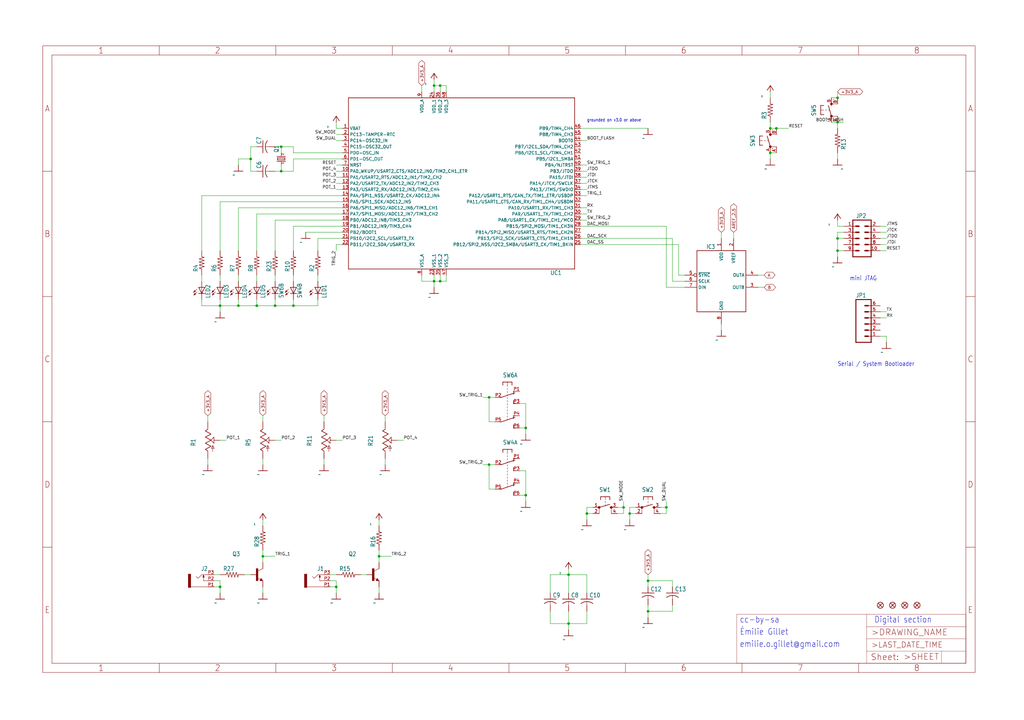
<source format=kicad_sch>
(kicad_sch (version 20211123) (generator eeschema)
  (paper "User" 425.45 299.161)
  (lib_symbols
    (symbol "peaks_v30-eagle-import:+3V3" (power)
      (property "Value" "+3V3" (at -2.54 -5.08 90))
      (symbol "+3V3_1_0"
        (pin power_in line (at 0 -2.54 90) (length 2.54) (name "+3V3") (number "1"))
      )
    )
    (symbol "peaks_v30-eagle-import:-NPN-SOT23-BEC"
      (property "Reference" "T" (at -10.16 7.62 0))
      (property "Value" "-NPN-SOT23-BEC" (at -10.16 5.08 0))
      (symbol "-NPN-SOT23-BEC_1_0"
        (pin passive line (at -2.54 0 0) (length 2.54) (name "B") (number "B"))
        (pin passive line (at 2.54 5.08 270) (length 2.54) (name "C") (number "C"))
        (pin passive line (at 2.54 -5.08 90) (length 2.54) (name "E") (number "E"))
      )
    )
    (symbol "peaks_v30-eagle-import:A3L-LOC"
      (symbol "A3L-LOC_0_0"
        (text "1" (at 24.2094 1.905 0) (effects (font (size 2.54 2.286))))
        (text "1" (at 24.2094 258.445 0) (effects (font (size 2.54 2.286))))
        (text "2" (at 72.6281 1.905 0) (effects (font (size 2.54 2.286))))
        (text "2" (at 72.6281 258.445 0) (effects (font (size 2.54 2.286))))
        (text "3" (at 121.0469 1.905 0) (effects (font (size 2.54 2.286))))
        (text "3" (at 121.0469 258.445 0) (effects (font (size 2.54 2.286))))
        (text "4" (at 169.4656 1.905 0) (effects (font (size 2.54 2.286))))
        (text "4" (at 169.4656 258.445 0) (effects (font (size 2.54 2.286))))
        (text "5" (at 217.8844 1.905 0) (effects (font (size 2.54 2.286))))
        (text "5" (at 217.8844 258.445 0) (effects (font (size 2.54 2.286))))
        (text "6" (at 266.3031 1.905 0) (effects (font (size 2.54 2.286))))
        (text "6" (at 266.3031 258.445 0) (effects (font (size 2.54 2.286))))
        (text "7" (at 314.7219 1.905 0) (effects (font (size 2.54 2.286))))
        (text "7" (at 314.7219 258.445 0) (effects (font (size 2.54 2.286))))
        (text "8" (at 363.1406 1.905 0) (effects (font (size 2.54 2.286))))
        (text "8" (at 363.1406 258.445 0) (effects (font (size 2.54 2.286))))
        (text "A" (at 1.905 234.315 0) (effects (font (size 2.54 2.286))))
        (text "A" (at 385.445 234.315 0) (effects (font (size 2.54 2.286))))
        (text "B" (at 1.905 182.245 0) (effects (font (size 2.54 2.286))))
        (text "B" (at 385.445 182.245 0) (effects (font (size 2.54 2.286))))
        (text "C" (at 1.905 130.175 0) (effects (font (size 2.54 2.286))))
        (text "C" (at 385.445 130.175 0) (effects (font (size 2.54 2.286))))
        (text "D" (at 1.905 78.105 0) (effects (font (size 2.54 2.286))))
        (text "D" (at 385.445 78.105 0) (effects (font (size 2.54 2.286))))
        (text "E" (at 1.905 26.035 0) (effects (font (size 2.54 2.286))))
        (text "E" (at 385.445 26.035 0) (effects (font (size 2.54 2.286))))
      )
      (symbol "A3L-LOC_1_0"
        (text ">DRAWING_NAME" (at 344.17 15.24 0) (effects (font (size 2.54 2.54)) (justify left bottom)))
        (text ">LAST_DATE_TIME" (at 344.17 10.16 0) (effects (font (size 2.286 2.286)) (justify left bottom)))
        (text ">SHEET" (at 357.505 5.08 0) (effects (font (size 2.54 2.54)) (justify left bottom)))
        (text "Sheet:" (at 343.916 4.953 0) (effects (font (size 2.54 2.54)) (justify left bottom)))
      )
    )
    (symbol "peaks_v30-eagle-import:C-USC0603"
      (property "Reference" "C" (at 1.016 0.635 0))
      (property "Value" "C-USC0603" (at 1.016 -4.191 0))
      (symbol "C-USC0603_1_0"
        (pin passive line (at 0 2.54 270) (length 2.54) (name "1") (number "1"))
        (pin passive line (at 0 -5.08 90) (length 2.54) (name "2") (number "2"))
      )
    )
    (symbol "peaks_v30-eagle-import:CRYSTALHC49UP"
      (property "Reference" "Q" (at 2.54 1.016 0))
      (property "Value" "CRYSTALHC49UP" (at 2.54 -2.54 0))
      (symbol "CRYSTALHC49UP_1_0"
        (text "1" (at -2.159 -1.143 0) (effects (font (size 0.8636 0.734)) (justify left bottom)))
        (text "2" (at 1.524 -1.143 0) (effects (font (size 0.8636 0.734)) (justify left bottom)))
        (pin passive line (at -2.54 0 0) (length 0) (name "1") (number "1"))
        (pin passive line (at 2.54 0 180) (length 0) (name "2") (number "2"))
      )
    )
    (symbol "peaks_v30-eagle-import:DAC8552"
      (property "Reference" "IC" (at -2.54 15.24 0))
      (property "Value" "DAC8552" (at -10.16 -15.24 0))
      (symbol "DAC8552_1_0"
        (pin power_in line (at 0 17.78 270) (length 5.08) (name "VDD") (number "1"))
        (pin power_in line (at 5.08 17.78 270) (length 5.08) (name "VREF") (number "2"))
        (pin input line (at 15.24 -2.54 180) (length 5.08) (name "OUTB") (number "3"))
        (pin output line (at 15.24 2.54 180) (length 5.08) (name "OUTA") (number "4"))
        (pin bidirectional inverted (at -15.24 2.54 0) (length 5.08) (name "~{SYNC}") (number "5"))
        (pin bidirectional line (at -15.24 0 0) (length 5.08) (name "SCLK") (number "6"))
        (pin bidirectional line (at -15.24 -2.54 0) (length 5.08) (name "DIN") (number "7"))
        (pin power_in line (at 0 -17.78 90) (length 5.08) (name "GND") (number "8"))
      )
    )
    (symbol "peaks_v30-eagle-import:EVQQ2"
      (property "Value" "EVQQ2" (at -3.81 3.175 90))
      (symbol "EVQQ2_1_0"
        (pin passive line (at 0 -5.08 90) (length 2.54) (name "P") (number "A"))
        (pin passive line (at 2.54 -5.08 90) (length 2.54) (name "P1") (number "A'"))
        (pin passive line (at 0 5.08 270) (length 2.54) (name "S") (number "B"))
        (pin passive line (at 2.54 5.08 270) (length 2.54) (name "S1") (number "B'"))
      )
    )
    (symbol "peaks_v30-eagle-import:FIDUCIAL1X2")
    (symbol "peaks_v30-eagle-import:GND" (power)
      (property "Value" "GND" (at -2.54 -2.54 0))
      (symbol "GND_1_0"
        (pin power_in line (at 0 2.54 270) (length 2.54) (name "GND") (number "1"))
      )
    )
    (symbol "peaks_v30-eagle-import:LED3MM"
      (property "Reference" "LED" (at 3.556 -4.572 90))
      (property "Value" "LED3MM" (at 5.715 -4.572 90))
      (symbol "LED3MM_1_0"
        (pin passive line (at 0 2.54 270) (length 2.54) (name "A") (number "A"))
        (pin passive line (at 0 -5.08 90) (length 2.54) (name "C") (number "K"))
      )
    )
    (symbol "peaks_v30-eagle-import:LP4OA1PBCT"
      (property "Reference" "SW" (at 3.556 -2.032 90))
      (property "Value" "LP4OA1PBCT" (at 5.715 -2.032 90))
      (symbol "LP4OA1PBCT_1_0"
        (pin passive line (at -2.54 5.08 270) (length 2.54) (name "A1") (number "P1"))
        (pin passive line (at 0 -5.08 90) (length 2.54) (name "A2") (number "P2"))
        (pin passive line (at 2.54 5.08 270) (length 2.54) (name "A3") (number "P3"))
        (pin passive line (at 7.62 5.08 270) (length 2.54) (name "B1") (number "P4"))
        (pin passive line (at 10.16 -5.08 90) (length 2.54) (name "B2") (number "P5"))
        (pin passive line (at 12.7 5.08 270) (length 2.54) (name "B3") (number "P6"))
      )
      (symbol "LP4OA1PBCT_2_0"
        (pin passive line (at 0 5.08 270) (length 2.54) (name "L1") (number "L1"))
        (pin passive line (at 0 -2.54 90) (length 2.54) (name "L2") (number "L2"))
      )
    )
    (symbol "peaks_v30-eagle-import:M05X2MINIJTAG"
      (property "Reference" "JP" (at -2.54 8.382 0))
      (property "Value" "M05X2MINIJTAG" (at -2.54 -10.16 0))
      (symbol "M05X2MINIJTAG_1_0"
        (pin passive line (at -7.62 5.08 0) (length 5.08) (name "1") (number "1"))
        (pin passive line (at 7.62 -5.08 180) (length 5.08) (name "10") (number "10"))
        (pin passive line (at 7.62 5.08 180) (length 5.08) (name "2") (number "2"))
        (pin passive line (at -7.62 2.54 0) (length 5.08) (name "3") (number "3"))
        (pin passive line (at 7.62 2.54 180) (length 5.08) (name "4") (number "4"))
        (pin passive line (at -7.62 0 0) (length 5.08) (name "5") (number "5"))
        (pin passive line (at 7.62 0 180) (length 5.08) (name "6") (number "6"))
        (pin passive line (at -7.62 -2.54 0) (length 5.08) (name "7") (number "7"))
        (pin passive line (at 7.62 -2.54 180) (length 5.08) (name "8") (number "8"))
        (pin passive line (at -7.62 -5.08 0) (length 5.08) (name "9") (number "9"))
      )
    )
    (symbol "peaks_v30-eagle-import:M06SIP"
      (property "Reference" "JP" (at -5.08 10.922 0))
      (property "Value" "M06SIP" (at -5.08 -10.16 0))
      (symbol "M06SIP_1_0"
        (pin passive line (at 5.08 -5.08 180) (length 5.08) (name "1") (number "1"))
        (pin passive line (at 5.08 -2.54 180) (length 5.08) (name "2") (number "2"))
        (pin passive line (at 5.08 0 180) (length 5.08) (name "3") (number "3"))
        (pin passive line (at 5.08 2.54 180) (length 5.08) (name "4") (number "4"))
        (pin passive line (at 5.08 5.08 180) (length 5.08) (name "5") (number "5"))
        (pin passive line (at 5.08 7.62 180) (length 5.08) (name "6") (number "6"))
      )
    )
    (symbol "peaks_v30-eagle-import:PJ301_THONKICONN6"
      (property "Reference" "J" (at -2.54 4.064 0))
      (symbol "PJ301_THONKICONN6_1_0"
        (pin passive line (at -5.08 -2.54 0) (length 2.54) (name "1") (number "P1"))
        (pin passive line (at -5.08 0 0) (length 2.54) (name "2") (number "P2"))
        (pin passive line (at -5.08 2.54 0) (length 2.54) (name "3") (number "P3"))
      )
    )
    (symbol "peaks_v30-eagle-import:POT_USVERTICAL_PS"
      (property "Reference" "R" (at -5.08 -2.54 90))
      (property "Value" "POT_USVERTICAL_PS" (at -2.54 -2.54 90))
      (symbol "POT_USVERTICAL_PS_1_0"
        (pin passive line (at 0 7.62 270) (length 2.54) (name "E") (number "P$1"))
        (pin passive line (at 5.08 0 180) (length 2.54) (name "S") (number "P$2"))
        (pin passive line (at 0 -7.62 90) (length 2.54) (name "A") (number "P$3"))
      )
    )
    (symbol "peaks_v30-eagle-import:R-US_R0603"
      (property "Reference" "R" (at -3.81 1.4986 0))
      (property "Value" "R-US_R0603" (at -3.81 -3.302 0))
      (symbol "R-US_R0603_1_0"
        (pin passive line (at -5.08 0 0) (length 2.54) (name "1") (number "1"))
        (pin passive line (at 5.08 0 180) (length 2.54) (name "2") (number "2"))
      )
    )
    (symbol "peaks_v30-eagle-import:STM32F103CB"
      (property "Value" "STM32F103CB" (at 45.72 38.1 0))
      (symbol "STM32F103CB_1_0"
        (pin power_in line (at -48.26 22.86 0) (length 2.54) (name "VBAT") (number "1"))
        (pin bidirectional line (at -48.26 5.08 0) (length 2.54) (name "PA0_WKUP/USART2_CTS/ADC12_IN0/TIM2_CH1_ETR") (number "10"))
        (pin bidirectional line (at -48.26 2.54 0) (length 2.54) (name "PA1/USART2_RTS/ADC12_IN1/TIM2_CH2") (number "11"))
        (pin bidirectional line (at -48.26 0 0) (length 2.54) (name "PA2/USART2_TX/ADC12_IN2/TIM2_CH3") (number "12"))
        (pin bidirectional line (at -48.26 -2.54 0) (length 2.54) (name "PA3/USART2_RX/ADC12_IN3/TIM2_CH4") (number "13"))
        (pin bidirectional line (at -48.26 -5.08 0) (length 2.54) (name "PA4/SPI1_NSS/USART2_CK/ADC12_IN4") (number "14"))
        (pin bidirectional line (at -48.26 -7.62 0) (length 2.54) (name "PA5/SPI1_SCK/ADC12_IN5") (number "15"))
        (pin bidirectional line (at -48.26 -10.16 0) (length 2.54) (name "PA6/SPI1_MISO/ADC12_IN6/TIM3_CH1") (number "16"))
        (pin bidirectional line (at -48.26 -12.7 0) (length 2.54) (name "PA7/SPI1_MOSI/ADC12_IN7/TIM3_CH2") (number "17"))
        (pin bidirectional line (at -48.26 -15.24 0) (length 2.54) (name "PB0/ADC12_IN8/TIM3_CH3") (number "18"))
        (pin bidirectional line (at -48.26 -17.78 0) (length 2.54) (name "PB1/ADC12_IN9/TIM3_CH4") (number "19"))
        (pin input line (at -48.26 20.32 0) (length 2.54) (name "PC13-TAMPER-RTC") (number "2"))
        (pin bidirectional line (at -48.26 -20.32 0) (length 2.54) (name "PB2/BOOT1") (number "20"))
        (pin input line (at -48.26 -22.86 0) (length 2.54) (name "PB10/I2C2_SCL/USART3_TX") (number "21"))
        (pin input line (at -48.26 -25.4 0) (length 2.54) (name "PB11/I2C2_SDA/USART3_RX") (number "22"))
        (pin power_in line (at -10.16 -38.1 90) (length 2.54) (name "VSS_1") (number "23"))
        (pin power_in line (at -10.16 38.1 270) (length 2.54) (name "VDD_1") (number "24"))
        (pin input line (at 50.8 -25.4 180) (length 2.54) (name "PB12/SPI2_NSS/I2C2_SMBA/USART3_CK/TIM1_BKIN") (number "25"))
        (pin input line (at 50.8 -22.86 180) (length 2.54) (name "PB13/SPI2_SCK/USART3_CTS/TIM1_CH1N") (number "26"))
        (pin input line (at 50.8 -20.32 180) (length 2.54) (name "PB14/SPI2_MISO/USART3_RTS/TIM1_CH2N") (number "27"))
        (pin input line (at 50.8 -17.78 180) (length 2.54) (name "PB15/SPI2_MOSI/TIM1_CH3N") (number "28"))
        (pin bidirectional line (at 50.8 -15.24 180) (length 2.54) (name "PA8/USART1_CK/TIM1_CH1/MCO") (number "29"))
        (pin input line (at -48.26 17.78 0) (length 2.54) (name "PC14-OSC32_IN") (number "3"))
        (pin input line (at 50.8 -12.7 180) (length 2.54) (name "PA9/USART1_TX/TIM1_CH2") (number "30"))
        (pin bidirectional line (at 50.8 -10.16 180) (length 2.54) (name "PA10/USART1_RX/TIM1_CH3") (number "31"))
        (pin bidirectional line (at 50.8 -7.62 180) (length 2.54) (name "PA11/USART1_CTS/CAN_RX/TIM1_CH4/USBDM") (number "32"))
        (pin bidirectional line (at 50.8 -5.08 180) (length 2.54) (name "PA12/USART1_RTS/CAN_TX/TIM1_ETR/USBDP") (number "33"))
        (pin bidirectional line (at 50.8 -2.54 180) (length 2.54) (name "PA13/JTMS/SWDIO") (number "34"))
        (pin power_in line (at -7.62 -38.1 90) (length 2.54) (name "VSS_2") (number "35"))
        (pin power_in line (at -7.62 38.1 270) (length 2.54) (name "VDD_2") (number "36"))
        (pin bidirectional line (at 50.8 0 180) (length 2.54) (name "PA14/JTCK/SWCLK") (number "37"))
        (pin bidirectional line (at 50.8 2.54 180) (length 2.54) (name "PA15/JTDI") (number "38"))
        (pin bidirectional line (at 50.8 5.08 180) (length 2.54) (name "PB3/JTDO") (number "39"))
        (pin input line (at -48.26 15.24 0) (length 2.54) (name "PC15-OSC32_OUT") (number "4"))
        (pin bidirectional line (at 50.8 7.62 180) (length 2.54) (name "PB4/NJTRST") (number "40"))
        (pin input line (at 50.8 10.16 180) (length 2.54) (name "PB5/I2C1_SMBA") (number "41"))
        (pin input line (at 50.8 12.7 180) (length 2.54) (name "PB6/I2C1_SCL/TIM4_CH1") (number "42"))
        (pin bidirectional line (at 50.8 15.24 180) (length 2.54) (name "PB7/I2C1_SDA/TIM4_CH2") (number "43"))
        (pin input line (at 50.8 17.78 180) (length 2.54) (name "BOOT0") (number "44"))
        (pin bidirectional line (at 50.8 20.32 180) (length 2.54) (name "PB8/TIM4_CH3") (number "45"))
        (pin input line (at 50.8 22.86 180) (length 2.54) (name "PB9/TIM4_CH4") (number "46"))
        (pin power_in line (at -5.08 -38.1 90) (length 2.54) (name "VSS_3") (number "47"))
        (pin power_in line (at -5.08 38.1 270) (length 2.54) (name "VDD_3") (number "48"))
        (pin input line (at -48.26 12.7 0) (length 2.54) (name "PD0-OSC_IN") (number "5"))
        (pin input line (at -48.26 10.16 0) (length 2.54) (name "PD1-OSC_OUT") (number "6"))
        (pin input line (at -48.26 7.62 0) (length 2.54) (name "NRST") (number "7"))
        (pin power_in line (at -15.24 -38.1 90) (length 2.54) (name "VSS_A") (number "8"))
        (pin power_in line (at -15.24 38.1 270) (length 2.54) (name "VDD_A") (number "9"))
      )
    )
    (symbol "peaks_v30-eagle-import:TAC_SWITCHPTH"
      (property "Reference" "S" (at -2.54 6.35 0))
      (property "Value" "TAC_SWITCHPTH" (at -2.54 -6.35 0))
      (symbol "TAC_SWITCHPTH_1_0"
        (pin passive line (at -5.08 0 0) (length 2.54) (name "1") (number "1"))
        (pin passive line (at -5.08 -2.54 0) (length 2.54) (name "2") (number "2"))
        (pin passive line (at 5.08 0 180) (length 2.54) (name "3") (number "3"))
        (pin passive line (at 5.08 -2.54 180) (length 2.54) (name "4") (number "4"))
      )
    )
  )
  (junction (at 157.48 231.14))
  (junction (at 347.98 50.8))
  (junction (at 218.44 177.8))
  (junction (at 218.44 205.74))
  (junction (at 114.3 127))
  (junction (at 91.44 243.84))
  (junction (at 347.98 99.06))
  (junction (at 104.14 66.04))
  (junction (at 269.24 254))
  (junction (at 236.22 259.08))
  (junction (at 322.58 53.34))
  (junction (at 347.98 104.14))
  (junction (at 182.88 116.84))
  (junction (at 121.92 127))
  (junction (at 139.7 243.84))
  (junction (at 259.08 210.82))
  (junction (at 243.84 213.36))
  (junction (at 99.06 127))
  (junction (at 116.84 60.96))
  (junction (at 269.24 241.3))
  (junction (at 347.98 40.64))
  (junction (at 320.04 63.5))
  (junction (at 91.44 127))
  (junction (at 276.86 210.82))
  (junction (at 106.68 127))
  (junction (at 182.88 35.56))
  (junction (at 203.2 193.04))
  (junction (at 180.34 116.84))
  (junction (at 320.04 53.34))
  (junction (at 109.22 231.14))
  (junction (at 261.62 213.36))
  (junction (at 236.22 238.76))
  (junction (at 116.84 71.12))
  (junction (at 203.2 165.1))
  (junction (at 180.34 35.56))
  (wire (pts (xy 241.3 78.74) (xy 243.84 78.74)))
  (wire (pts (xy 365.76 101.6) (xy 368.3 101.6)))
  (wire (pts (xy 91.44 83.82) (xy 91.44 104.14)))
  (wire (pts (xy 274.32 213.36) (xy 276.86 213.36)))
  (wire (pts (xy 276.86 210.82) (xy 276.86 208.28)))
  (wire (pts (xy 139.7 71.12) (xy 142.24 71.12)))
  (wire (pts (xy 91.44 83.82) (xy 142.24 83.82)))
  (wire (pts (xy 104.14 66.04) (xy 104.14 71.12)))
  (wire (pts (xy 109.22 175.26) (xy 109.22 172.72)))
  (wire (pts (xy 203.2 175.26) (xy 203.2 165.1)))
  (wire (pts (xy 121.92 127) (xy 132.08 127)))
  (wire (pts (xy 180.34 35.56) (xy 182.88 35.56)))
  (wire (pts (xy 320.04 38.1) (xy 320.04 40.64)))
  (wire (pts (xy 281.94 114.3) (xy 284.48 114.3)))
  (wire (pts (xy 139.7 76.2) (xy 142.24 76.2)))
  (wire (pts (xy 241.3 68.58) (xy 243.84 68.58)))
  (wire (pts (xy 134.62 190.5) (xy 134.62 193.04)))
  (wire (pts (xy 91.44 127) (xy 99.06 127)))
  (wire (pts (xy 243.84 210.82) (xy 243.84 213.36)))
  (wire (pts (xy 142.24 63.5) (xy 121.92 63.5)))
  (wire (pts (xy 243.84 213.36) (xy 243.84 215.9)))
  (wire (pts (xy 347.98 104.14) (xy 347.98 106.68)))
  (wire (pts (xy 269.24 241.3) (xy 269.24 238.76)))
  (wire (pts (xy 264.16 210.82) (xy 261.62 210.82)))
  (wire (pts (xy 320.04 63.5) (xy 322.58 63.5)))
  (wire (pts (xy 142.24 53.34) (xy 139.7 53.34)))
  (wire (pts (xy 109.22 190.5) (xy 109.22 193.04)))
  (wire (pts (xy 149.86 238.76) (xy 152.4 238.76)))
  (wire (pts (xy 104.14 66.04) (xy 99.06 66.04)))
  (wire (pts (xy 175.26 38.1) (xy 175.26 35.56)))
  (wire (pts (xy 180.34 116.84) (xy 182.88 116.84)))
  (wire (pts (xy 368.3 139.7) (xy 368.3 142.24)))
  (wire (pts (xy 203.2 165.1) (xy 200.66 165.1)))
  (wire (pts (xy 180.34 114.3) (xy 180.34 116.84)))
  (wire (pts (xy 91.44 124.46) (xy 91.44 127)))
  (wire (pts (xy 320.04 53.34) (xy 322.58 53.34)))
  (wire (pts (xy 259.08 210.82) (xy 259.08 208.28)))
  (wire (pts (xy 269.24 251.46) (xy 269.24 254)))
  (wire (pts (xy 314.96 119.38) (xy 317.5 119.38)))
  (wire (pts (xy 99.06 86.36) (xy 99.06 104.14)))
  (wire (pts (xy 175.26 116.84) (xy 180.34 116.84)))
  (wire (pts (xy 320.04 50.8) (xy 320.04 53.34)))
  (wire (pts (xy 236.22 259.08) (xy 236.22 261.62)))
  (wire (pts (xy 116.84 71.12) (xy 116.84 68.58)))
  (wire (pts (xy 350.52 99.06) (xy 347.98 99.06)))
  (wire (pts (xy 139.7 241.3) (xy 139.7 243.84)))
  (wire (pts (xy 269.24 241.3) (xy 279.4 241.3)))
  (wire (pts (xy 274.32 210.82) (xy 276.86 210.82)))
  (wire (pts (xy 365.76 129.54) (xy 368.3 129.54)))
  (wire (pts (xy 228.6 259.08) (xy 236.22 259.08)))
  (wire (pts (xy 104.14 71.12) (xy 106.68 71.12)))
  (wire (pts (xy 345.44 40.64) (xy 347.98 40.64)))
  (wire (pts (xy 114.3 124.46) (xy 114.3 127)))
  (wire (pts (xy 241.3 91.44) (xy 243.84 91.44)))
  (wire (pts (xy 276.86 213.36) (xy 276.86 210.82)))
  (wire (pts (xy 121.92 63.5) (xy 121.92 60.96)))
  (wire (pts (xy 241.3 93.98) (xy 276.86 93.98)))
  (wire (pts (xy 157.48 243.84) (xy 157.48 246.38)))
  (wire (pts (xy 104.14 60.96) (xy 104.14 66.04)))
  (wire (pts (xy 114.3 182.88) (xy 116.84 182.88)))
  (wire (pts (xy 205.74 165.1) (xy 203.2 165.1)))
  (wire (pts (xy 241.3 58.42) (xy 243.84 58.42)))
  (wire (pts (xy 142.24 55.88) (xy 139.7 55.88)))
  (wire (pts (xy 350.52 96.52) (xy 347.98 96.52)))
  (wire (pts (xy 365.76 99.06) (xy 368.3 99.06)))
  (wire (pts (xy 101.6 238.76) (xy 104.14 238.76)))
  (wire (pts (xy 218.44 205.74) (xy 218.44 208.28)))
  (wire (pts (xy 88.9 243.84) (xy 91.44 243.84)))
  (wire (pts (xy 261.62 213.36) (xy 261.62 215.9)))
  (wire (pts (xy 132.08 124.46) (xy 132.08 127)))
  (wire (pts (xy 121.92 60.96) (xy 116.84 60.96)))
  (wire (pts (xy 116.84 71.12) (xy 121.92 71.12)))
  (wire (pts (xy 215.9 167.64) (xy 218.44 167.64)))
  (wire (pts (xy 241.3 73.66) (xy 243.84 73.66)))
  (wire (pts (xy 365.76 139.7) (xy 368.3 139.7)))
  (wire (pts (xy 269.24 254) (xy 279.4 254)))
  (wire (pts (xy 175.26 114.3) (xy 175.26 116.84)))
  (wire (pts (xy 106.68 88.9) (xy 142.24 88.9)))
  (wire (pts (xy 218.44 177.8) (xy 218.44 180.34)))
  (wire (pts (xy 157.48 231.14) (xy 162.56 231.14)))
  (wire (pts (xy 215.9 195.58) (xy 218.44 195.58)))
  (wire (pts (xy 139.7 58.42) (xy 142.24 58.42)))
  (wire (pts (xy 246.38 210.82) (xy 243.84 210.82)))
  (wire (pts (xy 228.6 246.38) (xy 228.6 238.76)))
  (wire (pts (xy 109.22 233.68) (xy 109.22 231.14)))
  (wire (pts (xy 243.84 238.76) (xy 243.84 246.38)))
  (wire (pts (xy 322.58 53.34) (xy 327.66 53.34)))
  (wire (pts (xy 160.02 175.26) (xy 160.02 172.72)))
  (wire (pts (xy 109.22 231.14) (xy 109.22 228.6)))
  (wire (pts (xy 299.72 137.16) (xy 299.72 134.62)))
  (wire (pts (xy 304.8 99.06) (xy 304.8 96.52)))
  (wire (pts (xy 365.76 104.14) (xy 368.3 104.14)))
  (wire (pts (xy 320.04 63.5) (xy 320.04 66.04)))
  (wire (pts (xy 276.86 93.98) (xy 276.86 119.38)))
  (wire (pts (xy 139.7 101.6) (xy 139.7 104.14)))
  (wire (pts (xy 121.92 66.04) (xy 142.24 66.04)))
  (wire (pts (xy 347.98 63.5) (xy 347.98 66.04)))
  (wire (pts (xy 91.44 182.88) (xy 93.98 182.88)))
  (wire (pts (xy 205.74 203.2) (xy 203.2 203.2)))
  (wire (pts (xy 157.48 231.14) (xy 157.48 228.6)))
  (wire (pts (xy 106.68 60.96) (xy 104.14 60.96)))
  (wire (pts (xy 241.3 53.34) (xy 269.24 53.34)))
  (wire (pts (xy 236.22 246.38) (xy 236.22 238.76)))
  (wire (pts (xy 121.92 114.3) (xy 121.92 116.84)))
  (wire (pts (xy 116.84 60.96) (xy 116.84 63.5)))
  (wire (pts (xy 109.22 231.14) (xy 114.3 231.14)))
  (wire (pts (xy 228.6 238.76) (xy 236.22 238.76)))
  (wire (pts (xy 205.74 175.26) (xy 203.2 175.26)))
  (wire (pts (xy 182.88 38.1) (xy 182.88 35.56)))
  (wire (pts (xy 347.98 50.8) (xy 350.52 50.8)))
  (wire (pts (xy 236.22 259.08) (xy 243.84 259.08)))
  (wire (pts (xy 83.82 81.28) (xy 142.24 81.28)))
  (wire (pts (xy 365.76 96.52) (xy 368.3 96.52)))
  (wire (pts (xy 345.44 50.8) (xy 347.98 50.8)))
  (wire (pts (xy 365.76 93.98) (xy 368.3 93.98)))
  (wire (pts (xy 365.76 132.08) (xy 368.3 132.08)))
  (wire (pts (xy 99.06 66.04) (xy 99.06 68.58)))
  (wire (pts (xy 121.92 93.98) (xy 121.92 104.14)))
  (wire (pts (xy 134.62 175.26) (xy 134.62 172.72)))
  (wire (pts (xy 139.7 182.88) (xy 142.24 182.88)))
  (wire (pts (xy 99.06 86.36) (xy 142.24 86.36)))
  (wire (pts (xy 215.9 177.8) (xy 218.44 177.8)))
  (wire (pts (xy 139.7 78.74) (xy 142.24 78.74)))
  (wire (pts (xy 99.06 127) (xy 106.68 127)))
  (wire (pts (xy 142.24 91.44) (xy 114.3 91.44)))
  (wire (pts (xy 236.22 238.76) (xy 236.22 236.22)))
  (wire (pts (xy 86.36 175.26) (xy 86.36 172.72)))
  (wire (pts (xy 350.52 93.98) (xy 347.98 93.98)))
  (wire (pts (xy 243.84 259.08) (xy 243.84 254)))
  (wire (pts (xy 142.24 96.52) (xy 127 96.52)))
  (wire (pts (xy 99.06 114.3) (xy 99.06 116.84)))
  (wire (pts (xy 114.3 60.96) (xy 116.84 60.96)))
  (wire (pts (xy 88.9 241.3) (xy 91.44 241.3)))
  (wire (pts (xy 114.3 91.44) (xy 114.3 104.14)))
  (wire (pts (xy 347.98 99.06) (xy 347.98 104.14)))
  (wire (pts (xy 241.3 81.28) (xy 243.84 81.28)))
  (wire (pts (xy 347.98 93.98) (xy 347.98 91.44)))
  (wire (pts (xy 236.22 254) (xy 236.22 259.08)))
  (wire (pts (xy 347.98 53.34) (xy 347.98 50.8)))
  (wire (pts (xy 83.82 114.3) (xy 83.82 116.84)))
  (wire (pts (xy 256.54 210.82) (xy 259.08 210.82)))
  (wire (pts (xy 106.68 127) (xy 106.68 124.46)))
  (wire (pts (xy 185.42 35.56) (xy 185.42 38.1)))
  (wire (pts (xy 99.06 124.46) (xy 99.06 127)))
  (wire (pts (xy 261.62 213.36) (xy 264.16 213.36)))
  (wire (pts (xy 109.22 215.9) (xy 109.22 218.44)))
  (wire (pts (xy 160.02 190.5) (xy 160.02 193.04)))
  (wire (pts (xy 137.16 241.3) (xy 139.7 241.3)))
  (wire (pts (xy 241.3 99.06) (xy 279.4 99.06)))
  (wire (pts (xy 347.98 96.52) (xy 347.98 99.06)))
  (wire (pts (xy 246.38 213.36) (xy 243.84 213.36)))
  (wire (pts (xy 114.3 71.12) (xy 116.84 71.12)))
  (wire (pts (xy 157.48 215.9) (xy 157.48 218.44)))
  (wire (pts (xy 259.08 213.36) (xy 259.08 210.82)))
  (wire (pts (xy 241.3 71.12) (xy 243.84 71.12)))
  (wire (pts (xy 269.24 256.54) (xy 269.24 254)))
  (wire (pts (xy 121.92 71.12) (xy 121.92 66.04)))
  (wire (pts (xy 91.44 127) (xy 91.44 129.54)))
  (wire (pts (xy 228.6 254) (xy 228.6 259.08)))
  (wire (pts (xy 203.2 203.2) (xy 203.2 193.04)))
  (wire (pts (xy 241.3 88.9) (xy 243.84 88.9)))
  (wire (pts (xy 91.44 114.3) (xy 91.44 116.84)))
  (wire (pts (xy 182.88 114.3) (xy 182.88 116.84)))
  (wire (pts (xy 114.3 114.3) (xy 114.3 116.84)))
  (wire (pts (xy 241.3 86.36) (xy 243.84 86.36)))
  (wire (pts (xy 114.3 127) (xy 106.68 127)))
  (wire (pts (xy 256.54 213.36) (xy 259.08 213.36)))
  (wire (pts (xy 276.86 119.38) (xy 284.48 119.38)))
  (wire (pts (xy 132.08 114.3) (xy 132.08 116.84)))
  (wire (pts (xy 142.24 93.98) (xy 121.92 93.98)))
  (wire (pts (xy 279.4 241.3) (xy 279.4 243.84)))
  (wire (pts (xy 121.92 124.46) (xy 121.92 127)))
  (wire (pts (xy 86.36 190.5) (xy 86.36 193.04)))
  (wire (pts (xy 215.9 205.74) (xy 218.44 205.74)))
  (wire (pts (xy 279.4 99.06) (xy 279.4 116.84)))
  (wire (pts (xy 139.7 53.34) (xy 139.7 50.8)))
  (wire (pts (xy 83.82 127) (xy 91.44 127)))
  (wire (pts (xy 261.62 210.82) (xy 261.62 213.36)))
  (wire (pts (xy 180.34 116.84) (xy 180.34 119.38)))
  (wire (pts (xy 182.88 35.56) (xy 185.42 35.56)))
  (wire (pts (xy 132.08 99.06) (xy 142.24 99.06)))
  (wire (pts (xy 205.74 193.04) (xy 203.2 193.04)))
  (wire (pts (xy 91.44 243.84) (xy 91.44 246.38)))
  (wire (pts (xy 137.16 238.76) (xy 139.7 238.76)))
  (wire (pts (xy 157.48 233.68) (xy 157.48 231.14)))
  (wire (pts (xy 314.96 114.3) (xy 317.5 114.3)))
  (wire (pts (xy 269.24 243.84) (xy 269.24 241.3)))
  (wire (pts (xy 180.34 33.02) (xy 180.34 35.56)))
  (wire (pts (xy 185.42 114.3) (xy 185.42 116.84)))
  (wire (pts (xy 347.98 38.1) (xy 347.98 40.64)))
  (wire (pts (xy 350.52 104.14) (xy 347.98 104.14)))
  (wire (pts (xy 121.92 127) (xy 114.3 127)))
  (wire (pts (xy 182.88 116.84) (xy 185.42 116.84)))
  (wire (pts (xy 236.22 238.76) (xy 243.84 238.76)))
  (wire (pts (xy 241.3 76.2) (xy 243.84 76.2)))
  (wire (pts (xy 180.34 38.1) (xy 180.34 35.56)))
  (wire (pts (xy 137.16 243.84) (xy 139.7 243.84)))
  (wire (pts (xy 88.9 238.76) (xy 91.44 238.76)))
  (wire (pts (xy 83.82 124.46) (xy 83.82 127)))
  (wire (pts (xy 241.3 101.6) (xy 281.94 101.6)))
  (wire (pts (xy 142.24 68.58) (xy 139.7 68.58)))
  (wire (pts (xy 203.2 193.04) (xy 200.66 193.04)))
  (wire (pts (xy 279.4 116.84) (xy 284.48 116.84)))
  (wire (pts (xy 139.7 243.84) (xy 139.7 246.38)))
  (wire (pts (xy 165.1 182.88) (xy 167.64 182.88)))
  (wire (pts (xy 106.68 88.9) (xy 106.68 104.14)))
  (wire (pts (xy 281.94 101.6) (xy 281.94 114.3)))
  (wire (pts (xy 142.24 101.6) (xy 139.7 101.6)))
  (wire (pts (xy 132.08 104.14) (xy 132.08 99.06)))
  (wire (pts (xy 139.7 73.66) (xy 142.24 73.66)))
  (wire (pts (xy 218.44 167.64) (xy 218.44 177.8)))
  (wire (pts (xy 299.72 99.06) (xy 299.72 96.52)))
  (wire (pts (xy 109.22 243.84) (xy 109.22 246.38)))
  (wire (pts (xy 218.44 195.58) (xy 218.44 205.74)))
  (wire (pts (xy 83.82 81.28) (xy 83.82 104.14)))
  (wire (pts (xy 279.4 254) (xy 279.4 251.46)))
  (wire (pts (xy 106.68 114.3) (xy 106.68 116.84)))
  (wire (pts (xy 91.44 241.3) (xy 91.44 243.84)))
  (text "grounded on v3.0 or above" (at 243.84 50.8 180) (effects (font (size 1.27 1.0795)) (justify left bottom)))
  (text "Serial / System Bootloader" (at 347.98 152.4 180) (effects (font (size 1.778 1.5113)) (justify left bottom)))
  (text "Digital section" (at 363.22 259.08 180) (effects (font (size 2.54 2.159)) (justify left bottom)))
  (text "Émilie Gillet" (at 307.34 264.16 180) (effects (font (size 2.54 2.159)) (justify left bottom)))
  (text "mini JTAG" (at 353.06 116.84 180) (effects (font (size 1.778 1.5113)) (justify left bottom)))
  (text "emilie.o.gillet@gmail.com" (at 307.34 269.24 180) (effects (font (size 2.54 2.159)) (justify left bottom)))
  (text "cc-by-sa" (at 307.34 259.08 180) (effects (font (size 2.54 2.159)) (justify left bottom)))
  (label "DAC_SCK" (at 243.84 99.06 0) (effects (font (size 1.2446 1.2446))))
  (label "POT_1" (at 93.98 182.88 0) (effects (font (size 1.2446 1.2446))))
  (label "POT_3" (at 142.24 182.88 0) (effects (font (size 1.2446 1.2446))))
  (label "JTDO" (at 368.3 99.06 0) (effects (font (size 1.2446 1.2446))))
  (label "JTDI" (at 243.84 73.66 0) (effects (font (size 1.2446 1.2446))))
  (label "TX" (at 243.84 88.9 0) (effects (font (size 1.2446 1.2446))))
  (label "SW_TRIG_2" (at 200.66 193.04 180) (effects (font (size 1.2446 1.2446))))
  (label "JTMS" (at 243.84 78.74 0) (effects (font (size 1.2446 1.2446))))
  (label "JTCK" (at 243.84 76.2 0) (effects (font (size 1.2446 1.2446))))
  (label "SW_MODE" (at 259.08 208.28 90) (effects (font (size 1.2446 1.2446))))
  (label "TRIG_2" (at 139.7 104.14 270) (effects (font (size 1.2446 1.2446))))
  (label "BOOT_FLASH" (at 350.52 50.8 180) (effects (font (size 1.2446 1.2446))))
  (label "RESET" (at 327.66 53.34 0) (effects (font (size 1.2446 1.2446))))
  (label "SW_TRIG_1" (at 243.84 68.58 0) (effects (font (size 1.2446 1.2446))))
  (label "POT_3" (at 139.7 73.66 180) (effects (font (size 1.2446 1.2446))))
  (label "SW_TRIG_1" (at 200.66 165.1 180) (effects (font (size 1.2446 1.2446))))
  (label "SW_MODE" (at 139.7 55.88 180) (effects (font (size 1.2446 1.2446))))
  (label "TRIG_1" (at 114.3 231.14 0) (effects (font (size 1.2446 1.2446))))
  (label "POT_2" (at 139.7 76.2 180) (effects (font (size 1.2446 1.2446))))
  (label "JTCK" (at 368.3 96.52 0) (effects (font (size 1.2446 1.2446))))
  (label "POT_4" (at 139.7 71.12 180) (effects (font (size 1.2446 1.2446))))
  (label "RX" (at 243.84 86.36 0) (effects (font (size 1.2446 1.2446))))
  (label "TX" (at 368.3 129.54 0) (effects (font (size 1.2446 1.2446))))
  (label "RESET" (at 139.7 68.58 180) (effects (font (size 1.2446 1.2446))))
  (label "DAC_MOSI" (at 243.84 93.98 0) (effects (font (size 1.2446 1.2446))))
  (label "BOOT_FLASH" (at 243.84 58.42 0) (effects (font (size 1.2446 1.2446))))
  (label "POT_1" (at 139.7 78.74 180) (effects (font (size 1.2446 1.2446))))
  (label "TRIG_1" (at 243.84 81.28 0) (effects (font (size 1.2446 1.2446))))
  (label "TRIG_2" (at 162.56 231.14 0) (effects (font (size 1.2446 1.2446))))
  (label "RX" (at 368.3 132.08 0) (effects (font (size 1.2446 1.2446))))
  (label "POT_4" (at 167.64 182.88 0) (effects (font (size 1.2446 1.2446))))
  (label "SW_TRIG_2" (at 243.84 91.44 0) (effects (font (size 1.2446 1.2446))))
  (label "SW_DUAL" (at 139.7 58.42 180) (effects (font (size 1.2446 1.2446))))
  (label "DAC_SS" (at 243.84 101.6 0) (effects (font (size 1.2446 1.2446))))
  (label "JTDI" (at 368.3 101.6 0) (effects (font (size 1.2446 1.2446))))
  (label "SW_DUAL" (at 276.86 208.28 90) (effects (font (size 1.2446 1.2446))))
  (label "JTMS" (at 368.3 93.98 0) (effects (font (size 1.2446 1.2446))))
  (label "JTDO" (at 243.84 71.12 0) (effects (font (size 1.2446 1.2446))))
  (label "RESET" (at 368.3 104.14 0) (effects (font (size 1.2446 1.2446))))
  (label "POT_2" (at 116.84 182.88 0) (effects (font (size 1.2446 1.2446))))
  (global_label "+3V3_A" (shape bidirectional) (at 299.72 96.52 90) (effects (font (size 1.2446 1.2446))) (property "Intersheet References" "${INTERSHEET_REFS}" (effects hide)))
  (global_label "+3V3_A" (shape bidirectional) (at 175.26 35.56 90) (effects (font (size 1.2446 1.2446))) (property "Intersheet References" "${INTERSHEET_REFS}" (effects hide)))
  (global_label "+3V3_A" (shape bidirectional) (at 347.98 38.1 0) (effects (font (size 1.2446 1.2446))) (property "Intersheet References" "${INTERSHEET_REFS}" (effects hide)))
  (global_label "+3V3_A" (shape bidirectional) (at 134.62 172.72 90) (effects (font (size 1.2446 1.2446))) (property "Intersheet References" "${INTERSHEET_REFS}" (effects hide)))
  (global_label "AREF_2.5" (shape bidirectional) (at 304.8 96.52 90) (effects (font (size 1.2446 1.2446))) (property "Intersheet References" "${INTERSHEET_REFS}" (effects hide)))
  (global_label "B" (shape bidirectional) (at 317.5 119.38 0) (effects (font (size 1.2446 1.2446))) (property "Intersheet References" "${INTERSHEET_REFS}" (effects hide)))
  (global_label "A" (shape bidirectional) (at 317.5 114.3 0) (effects (font (size 1.2446 1.2446))) (property "Intersheet References" "${INTERSHEET_REFS}" (effects hide)))
  (global_label "+3V3_A" (shape bidirectional) (at 86.36 172.72 90) (effects (font (size 1.2446 1.2446))) (property "Intersheet References" "${INTERSHEET_REFS}" (effects hide)))
  (global_label "+3V3_A" (shape bidirectional) (at 160.02 172.72 90) (effects (font (size 1.2446 1.2446))) (property "Intersheet References" "${INTERSHEET_REFS}" (effects hide)))
  (global_label "+3V3_A" (shape bidirectional) (at 269.24 238.76 90) (effects (font (size 1.2446 1.2446))) (property "Intersheet References" "${INTERSHEET_REFS}" (effects hide)))
  (global_label "+3V3_A" (shape bidirectional) (at 109.22 172.72 90) (effects (font (size 1.2446 1.2446))) (property "Intersheet References" "${INTERSHEET_REFS}" (effects hide)))
  (symbol (lib_id "peaks_v30-eagle-import:LED3MM") (at 132.08 119.38 0) (unit 1)
    (property "Reference" "LED1" (at 135.636 123.952 90) (effects (font (size 1.778 1.5113)) (justify left bottom)))
  )
  (symbol (lib_id "peaks_v30-eagle-import:+3V3") (at 236.22 233.68 0) (unit 1)
    (property "Reference" "#+3V8" (effects hide))
  )
  (symbol (lib_id "peaks_v30-eagle-import:+3V3") (at 139.7 48.26 0) (unit 1)
    (property "Reference" "#+3V12" (effects hide))
  )
  (symbol (lib_id "peaks_v30-eagle-import:R-US_R0603") (at 132.08 109.22 90) (unit 1)
    (property "Reference" "R2" (at 130.5814 113.03 0) (effects (font (size 1.778 1.5113)) (justify left bottom)))
  )
  (symbol (lib_id "peaks_v30-eagle-import:C-USC0603") (at 269.24 246.38 0) (unit 1)
    (property "Reference" "C12" (at 270.256 245.745 0) (effects (font (size 1.778 1.5113)) (justify left bottom)))
  )
  (symbol (lib_id "peaks_v30-eagle-import:GND") (at 269.24 55.88 0) (unit 1)
    (property "Reference" "#GND9" (effects hide))
  )
  (symbol (lib_id "peaks_v30-eagle-import:FIDUCIAL1X2") (at 370.84 251.46 0) (unit 1)
    (property "Reference" "F2" (effects hide))
  )
  (symbol (lib_id "peaks_v30-eagle-import:GND") (at 127 99.06 0) (unit 1)
    (property "Reference" "#GND57" (effects hide))
  )
  (symbol (lib_id "peaks_v30-eagle-import:GND") (at 243.84 218.44 0) (unit 1)
    (property "Reference" "#GND6" (effects hide))
  )
  (symbol (lib_id "peaks_v30-eagle-import:GND") (at 180.34 121.92 0) (unit 1)
    (property "Reference" "#GND55" (effects hide))
  )
  (symbol (lib_id "peaks_v30-eagle-import:GND") (at 299.72 139.7 0) (unit 1)
    (property "Reference" "#GND30" (effects hide))
  )
  (symbol (lib_id "peaks_v30-eagle-import:GND") (at 218.44 210.82 0) (unit 1)
    (property "Reference" "#GND13" (effects hide))
  )
  (symbol (lib_id "peaks_v30-eagle-import:POT_USVERTICAL_PS") (at 86.36 182.88 0) (unit 1)
    (property "Reference" "R1" (at 81.28 185.42 90) (effects (font (size 1.778 1.5113)) (justify left bottom)))
  )
  (symbol (lib_id "peaks_v30-eagle-import:POT_USVERTICAL_PS") (at 160.02 182.88 0) (unit 1)
    (property "Reference" "R21" (at 154.94 185.42 90) (effects (font (size 1.778 1.5113)) (justify left bottom)))
  )
  (symbol (lib_id "peaks_v30-eagle-import:R-US_R0603") (at 114.3 109.22 90) (unit 1)
    (property "Reference" "R23" (at 112.8014 113.03 0) (effects (font (size 1.778 1.5113)) (justify left bottom)))
  )
  (symbol (lib_id "peaks_v30-eagle-import:FIDUCIAL1X2") (at 375.92 251.46 0) (unit 1)
    (property "Reference" "F3" (effects hide))
  )
  (symbol (lib_id "peaks_v30-eagle-import:M05X2MINIJTAG") (at 358.14 99.06 0) (unit 1)
    (property "Reference" "JP2" (at 355.6 90.678 0) (effects (font (size 1.778 1.5113)) (justify left bottom)))
  )
  (symbol (lib_id "peaks_v30-eagle-import:GND") (at 218.44 182.88 0) (unit 1)
    (property "Reference" "#GND12" (effects hide))
  )
  (symbol (lib_id "peaks_v30-eagle-import:LP4OA1PBCT") (at 121.92 121.92 0) (unit 2)
    (property "Reference" "SW4" (at 125.476 123.952 90) (effects (font (size 1.778 1.5113)) (justify left bottom)))
  )
  (symbol (lib_id "peaks_v30-eagle-import:GND") (at 320.04 68.58 0) (unit 1)
    (property "Reference" "#GND59" (effects hide))
  )
  (symbol (lib_id "peaks_v30-eagle-import:R-US_R0603") (at 157.48 223.52 90) (unit 1)
    (property "Reference" "R16" (at 155.9814 227.33 0) (effects (font (size 1.778 1.5113)) (justify left bottom)))
  )
  (symbol (lib_id "peaks_v30-eagle-import:+3V3") (at 347.98 88.9 0) (unit 1)
    (property "Reference" "#+3V11" (effects hide))
  )
  (symbol (lib_id "peaks_v30-eagle-import:POT_USVERTICAL_PS") (at 134.62 182.88 0) (unit 1)
    (property "Reference" "R11" (at 129.54 185.42 90) (effects (font (size 1.778 1.5113)) (justify left bottom)))
  )
  (symbol (lib_id "peaks_v30-eagle-import:-NPN-SOT23-BEC") (at 154.94 238.76 0) (unit 1)
    (property "Reference" "Q2" (at 144.78 231.14 0) (effects (font (size 1.778 1.5113)) (justify left bottom)))
  )
  (symbol (lib_id "peaks_v30-eagle-import:R-US_R0603") (at 91.44 109.22 90) (unit 1)
    (property "Reference" "R6" (at 89.9414 113.03 0) (effects (font (size 1.778 1.5113)) (justify left bottom)))
  )
  (symbol (lib_id "peaks_v30-eagle-import:M06SIP") (at 360.68 134.62 0) (unit 1)
    (property "Reference" "JP1" (at 355.6 123.698 0) (effects (font (size 1.778 1.5113)) (justify left bottom)))
  )
  (symbol (lib_id "peaks_v30-eagle-import:GND") (at 91.44 132.08 0) (unit 1)
    (property "Reference" "#GND8" (effects hide))
  )
  (symbol (lib_id "peaks_v30-eagle-import:GND") (at 347.98 109.22 0) (unit 1)
    (property "Reference" "#GND67" (effects hide))
  )
  (symbol (lib_id "peaks_v30-eagle-import:R-US_R0603") (at 106.68 109.22 90) (unit 1)
    (property "Reference" "R8" (at 105.1814 113.03 0) (effects (font (size 1.778 1.5113)) (justify left bottom)))
  )
  (symbol (lib_id "peaks_v30-eagle-import:LP4OA1PBCT") (at 210.82 165.1 270) (unit 1)
    (property "Reference" "SW6" (at 208.915 156.845 90) (effects (font (size 1.778 1.5113)) (justify left bottom)))
  )
  (symbol (lib_id "peaks_v30-eagle-import:R-US_R0603") (at 83.82 109.22 90) (unit 1)
    (property "Reference" "R4" (at 82.3214 113.03 0) (effects (font (size 1.778 1.5113)) (justify left bottom)))
  )
  (symbol (lib_id "peaks_v30-eagle-import:R-US_R0603") (at 347.98 58.42 270) (mirror x) (unit 1)
    (property "Reference" "R13" (at 349.4786 62.23 0) (effects (font (size 1.778 1.5113)) (justify left bottom)))
  )
  (symbol (lib_id "peaks_v30-eagle-import:TAC_SWITCHPTH") (at 269.24 210.82 0) (unit 1)
    (property "Reference" "SW2" (at 266.7 204.47 0) (effects (font (size 1.778 1.5113)) (justify left bottom)))
  )
  (symbol (lib_id "peaks_v30-eagle-import:C-USC0603") (at 109.22 71.12 90) (unit 1)
    (property "Reference" "C6" (at 108.585 70.104 0) (effects (font (size 1.778 1.5113)) (justify left bottom)))
  )
  (symbol (lib_id "peaks_v30-eagle-import:FIDUCIAL1X2") (at 365.76 251.46 0) (unit 1)
    (property "Reference" "F1" (effects hide))
  )
  (symbol (lib_id "peaks_v30-eagle-import:GND") (at 134.62 195.58 0) (unit 1)
    (property "Reference" "#GND2" (effects hide))
  )
  (symbol (lib_id "peaks_v30-eagle-import:+3V3") (at 320.04 35.56 0) (unit 1)
    (property "Reference" "#+3V5" (effects hide))
  )
  (symbol (lib_id "peaks_v30-eagle-import:GND") (at 109.22 195.58 0) (unit 1)
    (property "Reference" "#GND1" (effects hide))
  )
  (symbol (lib_id "peaks_v30-eagle-import:C-USC0603") (at 236.22 248.92 0) (unit 1)
    (property "Reference" "C8" (at 237.236 248.285 0) (effects (font (size 1.778 1.5113)) (justify left bottom)))
  )
  (symbol (lib_id "peaks_v30-eagle-import:R-US_R0603") (at 99.06 109.22 90) (unit 1)
    (property "Reference" "R7" (at 97.5614 113.03 0) (effects (font (size 1.778 1.5113)) (justify left bottom)))
  )
  (symbol (lib_id "peaks_v30-eagle-import:GND") (at 368.3 144.78 0) (unit 1)
    (property "Reference" "#GND61" (effects hide))
  )
  (symbol (lib_id "peaks_v30-eagle-import:GND") (at 236.22 264.16 0) (unit 1)
    (property "Reference" "#GND64" (effects hide))
  )
  (symbol (lib_id "peaks_v30-eagle-import:C-USC0603") (at 243.84 248.92 0) (unit 1)
    (property "Reference" "C10" (at 244.856 248.285 0) (effects (font (size 1.778 1.5113)) (justify left bottom)))
  )
  (symbol (lib_id "peaks_v30-eagle-import:DAC8552") (at 299.72 116.84 0) (unit 1)
    (property "Reference" "IC3" (at 297.18 101.6 0) (effects (font (size 1.6764 1.4249)) (justify right top)))
  )
  (symbol (lib_id "peaks_v30-eagle-import:+3V3") (at 180.34 30.48 0) (unit 1)
    (property "Reference" "#+3V2" (effects hide))
  )
  (symbol (lib_id "peaks_v30-eagle-import:EVQQ2") (at 320.04 58.42 0) (unit 1)
    (property "Reference" "SW3" (at 313.69 60.96 90) (effects (font (size 1.778 1.5113)) (justify left bottom)))
  )
  (symbol (lib_id "peaks_v30-eagle-import:C-USC0603") (at 109.22 60.96 90) (unit 1)
    (property "Reference" "C7" (at 108.585 59.944 0) (effects (font (size 1.778 1.5113)) (justify left bottom)))
  )
  (symbol (lib_id "peaks_v30-eagle-import:FIDUCIAL1X2") (at 381 251.46 0) (unit 1)
    (property "Reference" "F4" (effects hide))
  )
  (symbol (lib_id "peaks_v30-eagle-import:PJ301_THONKICONN6") (at 132.08 241.3 0) (mirror y) (unit 1)
    (property "Reference" "J1" (at 134.62 237.236 0) (effects (font (size 1.778 1.5113)) (justify left bottom)))
  )
  (symbol (lib_id "peaks_v30-eagle-import:C-USC0603") (at 279.4 246.38 0) (unit 1)
    (property "Reference" "C13" (at 280.416 245.745 0) (effects (font (size 1.778 1.5113)) (justify left bottom)))
  )
  (symbol (lib_id "peaks_v30-eagle-import:+3V3") (at 157.48 213.36 0) (unit 1)
    (property "Reference" "#+3V3" (effects hide))
  )
  (symbol (lib_id "peaks_v30-eagle-import:R-US_R0603") (at 320.04 45.72 90) (unit 1)
    (property "Reference" "R3" (at 318.5414 49.53 0) (effects (font (size 1.778 1.5113)) (justify left bottom)))
  )
  (symbol (lib_id "peaks_v30-eagle-import:+3V3") (at 109.22 213.36 0) (unit 1)
    (property "Reference" "#+3V10" (effects hide))
  )
  (symbol (lib_id "peaks_v30-eagle-import:LED3MM") (at 83.82 119.38 0) (unit 1)
    (property "Reference" "LED2" (at 87.376 123.952 90) (effects (font (size 1.778 1.5113)) (justify left bottom)))
  )
  (symbol (lib_id "peaks_v30-eagle-import:C-USC0603") (at 228.6 248.92 0) (unit 1)
    (property "Reference" "C9" (at 229.616 248.285 0) (effects (font (size 1.778 1.5113)) (justify left bottom)))
  )
  (symbol (lib_id "peaks_v30-eagle-import:CRYSTALHC49UP") (at 116.84 66.04 90) (unit 1)
    (property "Reference" "Q1" (at 115.824 63.5 0) (effects (font (size 1.778 1.5113)) (justify left bottom)))
  )
  (symbol (lib_id "peaks_v30-eagle-import:R-US_R0603") (at 121.92 109.22 90) (unit 1)
    (property "Reference" "R10" (at 120.4214 113.03 0) (effects (font (size 1.778 1.5113)) (justify left bottom)))
  )
  (symbol (lib_id "peaks_v30-eagle-import:R-US_R0603") (at 109.22 223.52 90) (unit 1)
    (property "Reference" "R28" (at 107.7214 227.33 0) (effects (font (size 1.778 1.5113)) (justify left bottom)))
  )
  (symbol (lib_id "peaks_v30-eagle-import:GND") (at 91.44 248.92 0) (unit 1)
    (property "Reference" "#GND18" (effects hide))
  )
  (symbol (lib_id "peaks_v30-eagle-import:GND") (at 99.06 71.12 0) (unit 1)
    (property "Reference" "#GND56" (effects hide))
  )
  (symbol (lib_id "peaks_v30-eagle-import:GND") (at 109.22 248.92 0) (unit 1)
    (property "Reference" "#GND31" (effects hide))
  )
  (symbol (lib_id "peaks_v30-eagle-import:GND") (at 86.36 195.58 0) (unit 1)
    (property "Reference" "#GND5" (effects hide))
  )
  (symbol (lib_id "peaks_v30-eagle-import:A3L-LOC") (at 17.78 279.4 0) (unit 1)
    (property "Reference" "#FRAME1" (effects hide))
  )
  (symbol (lib_id "peaks_v30-eagle-import:STM32F103CB") (at 190.5 76.2 0) (unit 1)
    (property "Reference" "UC1" (at 228.6 114.3 0) (effects (font (size 1.778 1.5113)) (justify left bottom)))
  )
  (symbol (lib_id "peaks_v30-eagle-import:LP4OA1PBCT") (at 114.3 121.92 0) (unit 2)
    (property "Reference" "SW6" (at 117.856 123.952 90) (effects (font (size 1.778 1.5113)) (justify left bottom)))
  )
  (symbol (lib_id "peaks_v30-eagle-import:LED3MM") (at 106.68 119.38 0) (unit 1)
    (property "Reference" "LED5" (at 110.236 123.952 90) (effects (font (size 1.778 1.5113)) (justify left bottom)))
  )
  (symbol (lib_id "peaks_v30-eagle-import:R-US_R0603") (at 144.78 238.76 0) (unit 1)
    (property "Reference" "R15" (at 140.97 237.2614 0) (effects (font (size 1.778 1.5113)) (justify left bottom)))
  )
  (symbol (lib_id "peaks_v30-eagle-import:GND") (at 139.7 248.92 0) (unit 1)
    (property "Reference" "#GND11" (effects hide))
  )
  (symbol (lib_id "peaks_v30-eagle-import:GND") (at 269.24 259.08 0) (unit 1)
    (property "Reference" "#GND65" (effects hide))
  )
  (symbol (lib_id "peaks_v30-eagle-import:GND") (at 347.98 68.58 0) (mirror y) (unit 1)
    (property "Reference" "#GND58" (effects hide))
  )
  (symbol (lib_id "peaks_v30-eagle-import:GND") (at 157.48 248.92 0) (unit 1)
    (property "Reference" "#GND10" (effects hide))
  )
  (symbol (lib_id "peaks_v30-eagle-import:GND") (at 261.62 218.44 0) (unit 1)
    (property "Reference" "#GND7" (effects hide))
  )
  (symbol (lib_id "peaks_v30-eagle-import:LP4OA1PBCT") (at 210.82 193.04 270) (unit 1)
    (property "Reference" "SW4" (at 208.915 184.785 90) (effects (font (size 1.778 1.5113)) (justify left bottom)))
  )
  (symbol (lib_id "peaks_v30-eagle-import:R-US_R0603") (at 96.52 238.76 0) (unit 1)
    (property "Reference" "R27" (at 92.71 237.2614 0) (effects (font (size 1.778 1.5113)) (justify left bottom)))
  )
  (symbol (lib_id "peaks_v30-eagle-import:LED3MM") (at 99.06 119.38 0) (unit 1)
    (property "Reference" "LED4" (at 102.616 123.952 90) (effects (font (size 1.778 1.5113)) (justify left bottom)))
  )
  (symbol (lib_id "peaks_v30-eagle-import:GND") (at 160.02 195.58 0) (unit 1)
    (property "Reference" "#GND3" (effects hide))
  )
  (symbol (lib_id "peaks_v30-eagle-import:PJ301_THONKICONN6") (at 83.82 241.3 0) (mirror y) (unit 1)
    (property "Reference" "J2" (at 86.36 237.236 0) (effects (font (size 1.778 1.5113)) (justify left bottom)))
  )
  (symbol (lib_id "peaks_v30-eagle-import:-NPN-SOT23-BEC") (at 106.68 238.76 0) (unit 1)
    (property "Reference" "Q3" (at 96.52 231.14 0) (effects (font (size 1.778 1.5113)) (justify left bottom)))
  )
  (symbol (lib_id "peaks_v30-eagle-import:LED3MM") (at 91.44 119.38 0) (unit 1)
    (property "Reference" "LED3" (at 94.996 123.952 90) (effects (font (size 1.778 1.5113)) (justify left bottom)))
  )
  (symbol (lib_id "peaks_v30-eagle-import:TAC_SWITCHPTH") (at 251.46 210.82 0) (unit 1)
    (property "Reference" "SW1" (at 248.92 204.47 0) (effects (font (size 1.778 1.5113)) (justify left bottom)))
  )
  (symbol (lib_id "peaks_v30-eagle-import:POT_USVERTICAL_PS") (at 109.22 182.88 0) (unit 1)
    (property "Reference" "R5" (at 104.14 185.42 90) (effects (font (size 1.778 1.5113)) (justify left bottom)))
  )
  (symbol (lib_id "peaks_v30-eagle-import:EVQQ2") (at 345.44 45.72 0) (unit 1)
    (property "Reference" "SW5" (at 339.09 48.26 90) (effects (font (size 1.778 1.5113)) (justify left bottom)))
  )
)
</source>
